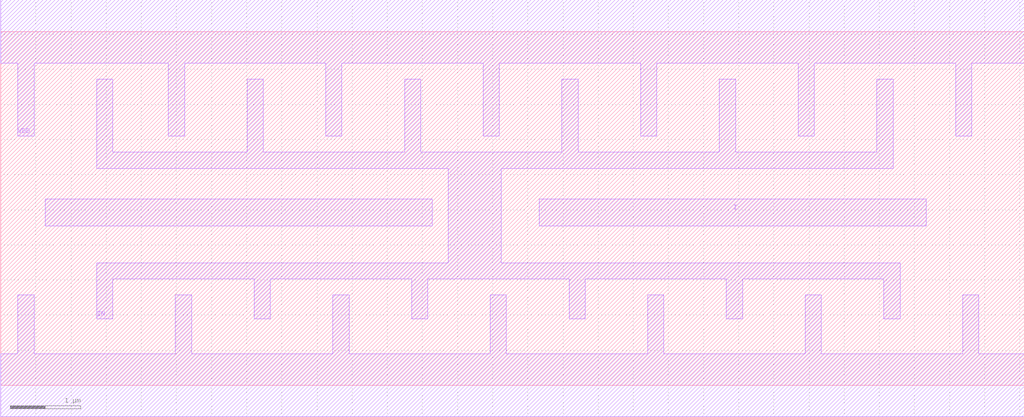
<source format=lef>
# Copyright 2022 GlobalFoundries PDK Authors
#
# Licensed under the Apache License, Version 2.0 (the "License");
# you may not use this file except in compliance with the License.
# You may obtain a copy of the License at
#
#      http://www.apache.org/licenses/LICENSE-2.0
#
# Unless required by applicable law or agreed to in writing, software
# distributed under the License is distributed on an "AS IS" BASIS,
# WITHOUT WARRANTIES OR CONDITIONS OF ANY KIND, either express or implied.
# See the License for the specific language governing permissions and
# limitations under the License.

MACRO gf180mcu_fd_sc_mcu9t5v0__clkinv_12
  CLASS core ;
  FOREIGN gf180mcu_fd_sc_mcu9t5v0__clkinv_12 0.0 0.0 ;
  ORIGIN 0 0 ;
  SYMMETRY X Y ;
  SITE GF018hv5v_green_sc9 ;
  SIZE 14.56 BY 5.04 ;
  PIN I
    DIRECTION INPUT ;
    ANTENNAGATEAREA 16.236 ;
    PORT
      LAYER METAL1 ;
        POLYGON 0.63 2.27 6.14 2.27 6.14 2.65 0.63 2.65  ;
        POLYGON 7.66 2.27 13.17 2.27 13.17 2.65 7.66 2.65  ;
    END
  END I
  PIN ZN
    DIRECTION OUTPUT ;
    ANTENNADIFFAREA 9.0852 ;
    PORT
      LAYER METAL1 ;
        POLYGON 1.365 3.09 6.37 3.09 6.37 1.745 1.365 1.745 1.365 0.945 1.595 0.945 1.595 1.515 3.605 1.515 3.605 0.945 3.835 0.945 3.835 1.515 5.845 1.515 5.845 0.945 6.075 0.945 6.075 1.515 8.085 1.515 8.085 0.945 8.315 0.945 8.315 1.515 10.325 1.515 10.325 0.945 10.555 0.945 10.555 1.515 12.565 1.515 12.565 0.945 12.795 0.945 12.795 1.745 7.12 1.745 7.12 3.09 12.695 3.09 12.695 4.36 12.465 4.36 12.465 3.32 10.455 3.32 10.455 4.36 10.225 4.36 10.225 3.32 8.215 3.32 8.215 4.36 7.985 4.36 7.985 3.32 5.975 3.32 5.975 4.36 5.745 4.36 5.745 3.32 3.735 3.32 3.735 4.36 3.505 4.36 3.505 3.32 1.595 3.32 1.595 4.36 1.365 4.36  ;
    END
  END ZN
  PIN VDD
    DIRECTION INOUT ;
    USE power ;
    SHAPE ABUTMENT ;
    PORT
      LAYER METAL1 ;
        POLYGON 0 4.59 0.245 4.59 0.245 3.55 0.475 3.55 0.475 4.59 2.385 4.59 2.385 3.55 2.615 3.55 2.615 4.59 4.625 4.59 4.625 3.55 4.855 3.55 4.855 4.59 6.865 4.59 6.865 3.55 7.095 3.55 7.095 4.59 9.105 4.59 9.105 3.55 9.335 3.55 9.335 4.59 11.345 4.59 11.345 3.55 11.575 3.55 11.575 4.59 13.585 4.59 13.585 3.55 13.815 3.55 13.815 4.59 14.56 4.59 14.56 5.49 0 5.49  ;
    END
  END VDD
  PIN VSS
    DIRECTION INOUT ;
    USE ground ;
    SHAPE ABUTMENT ;
    PORT
      LAYER METAL1 ;
        POLYGON 0 -0.45 14.56 -0.45 14.56 0.45 13.915 0.45 13.915 1.285 13.685 1.285 13.685 0.45 11.675 0.45 11.675 1.285 11.445 1.285 11.445 0.45 9.435 0.45 9.435 1.285 9.205 1.285 9.205 0.45 7.195 0.45 7.195 1.285 6.965 1.285 6.965 0.45 4.955 0.45 4.955 1.285 4.725 1.285 4.725 0.45 2.715 0.45 2.715 1.285 2.485 1.285 2.485 0.45 0.475 0.45 0.475 1.285 0.245 1.285 0.245 0.45 0 0.45  ;
    END
  END VSS
END gf180mcu_fd_sc_mcu9t5v0__clkinv_12

</source>
